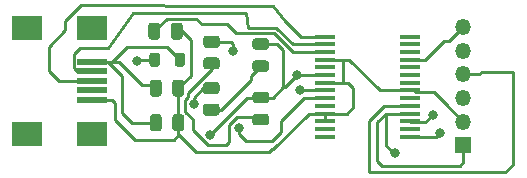
<source format=gtl>
%TF.GenerationSoftware,KiCad,Pcbnew,(5.1.8)-1*%
%TF.CreationDate,2021-01-30T22:15:32+07:00*%
%TF.ProjectId,TTL232,54544c32-3332-42e6-9b69-6361645f7063,rev?*%
%TF.SameCoordinates,Original*%
%TF.FileFunction,Copper,L1,Top*%
%TF.FilePolarity,Positive*%
%FSLAX46Y46*%
G04 Gerber Fmt 4.6, Leading zero omitted, Abs format (unit mm)*
G04 Created by KiCad (PCBNEW (5.1.8)-1) date 2021-01-30 22:15:32*
%MOMM*%
%LPD*%
G01*
G04 APERTURE LIST*
%TA.AperFunction,SMDPad,CuDef*%
%ADD10R,1.750000X0.450000*%
%TD*%
%TA.AperFunction,ComponentPad*%
%ADD11O,1.350000X1.350000*%
%TD*%
%TA.AperFunction,ComponentPad*%
%ADD12R,1.350000X1.350000*%
%TD*%
%TA.AperFunction,SMDPad,CuDef*%
%ADD13R,2.499360X0.497840*%
%TD*%
%TA.AperFunction,SMDPad,CuDef*%
%ADD14R,2.499360X1.998980*%
%TD*%
%TA.AperFunction,ViaPad*%
%ADD15C,0.800000*%
%TD*%
%TA.AperFunction,Conductor*%
%ADD16C,0.250000*%
%TD*%
G04 APERTURE END LIST*
D10*
%TO.P,U1,28*%
%TO.N,Net-(U1-Pad28)*%
X151340000Y-68106000D03*
%TO.P,U1,27*%
%TO.N,Net-(U1-Pad27)*%
X151340000Y-67456000D03*
%TO.P,U1,26*%
%TO.N,GND*%
X151340000Y-66806000D03*
%TO.P,U1,25*%
X151340000Y-66156000D03*
%TO.P,U1,24*%
%TO.N,N/C*%
X151340000Y-65506000D03*
%TO.P,U1,23*%
%TO.N,Net-(R1-Pad2)*%
X151340000Y-64856000D03*
%TO.P,U1,22*%
%TO.N,Net-(R2-Pad2)*%
X151340000Y-64206000D03*
%TO.P,U1,21*%
%TO.N,GND*%
X151340000Y-63556000D03*
%TO.P,U1,20*%
%TO.N,+5V*%
X151340000Y-62906000D03*
%TO.P,U1,19*%
%TO.N,Net-(U1-Pad19)*%
X151340000Y-62256000D03*
%TO.P,U1,18*%
%TO.N,GND*%
X151340000Y-61606000D03*
%TO.P,U1,17*%
%TO.N,Net-(C3-Pad1)*%
X151340000Y-60956000D03*
%TO.P,U1,16*%
%TO.N,/USBD-*%
X151340000Y-60306000D03*
%TO.P,U1,15*%
%TO.N,/USBD+*%
X151340000Y-59656000D03*
%TO.P,U1,14*%
%TO.N,Net-(U1-Pad14)*%
X158540000Y-59656000D03*
%TO.P,U1,13*%
%TO.N,Net-(U1-Pad13)*%
X158540000Y-60306000D03*
%TO.P,U1,12*%
%TO.N,Net-(U1-Pad12)*%
X158540000Y-60956000D03*
%TO.P,U1,11*%
%TO.N,Net-(J2-Pad6)*%
X158540000Y-61606000D03*
%TO.P,U1,10*%
%TO.N,Net-(U1-Pad10)*%
X158540000Y-62256000D03*
%TO.P,U1,9*%
%TO.N,Net-(U1-Pad9)*%
X158540000Y-62906000D03*
%TO.P,U1,8*%
%TO.N,N/C*%
X158540000Y-63556000D03*
%TO.P,U1,7*%
%TO.N,GND*%
X158540000Y-64206000D03*
%TO.P,U1,6*%
%TO.N,Net-(U1-Pad6)*%
X158540000Y-64856000D03*
%TO.P,U1,5*%
%TO.N,Net-(J2-Pad4)*%
X158540000Y-65506000D03*
%TO.P,U1,4*%
%TO.N,+5V*%
X158540000Y-66156000D03*
%TO.P,U1,3*%
%TO.N,Net-(J2-Pad5)*%
X158540000Y-66806000D03*
%TO.P,U1,2*%
%TO.N,Net-(U1-Pad2)*%
X158540000Y-67456000D03*
%TO.P,U1,1*%
%TO.N,Net-(J2-Pad3)*%
X158540000Y-68106000D03*
%TD*%
%TO.P,R2,2*%
%TO.N,Net-(R2-Pad2)*%
%TA.AperFunction,SMDPad,CuDef*%
G36*
G01*
X142204001Y-60592000D02*
X141303999Y-60592000D01*
G75*
G02*
X141054000Y-60342001I0J249999D01*
G01*
X141054000Y-59816999D01*
G75*
G02*
X141303999Y-59567000I249999J0D01*
G01*
X142204001Y-59567000D01*
G75*
G02*
X142454000Y-59816999I0J-249999D01*
G01*
X142454000Y-60342001D01*
G75*
G02*
X142204001Y-60592000I-249999J0D01*
G01*
G37*
%TD.AperFunction*%
%TO.P,R2,1*%
%TO.N,Net-(D2-Pad1)*%
%TA.AperFunction,SMDPad,CuDef*%
G36*
G01*
X142204001Y-62417000D02*
X141303999Y-62417000D01*
G75*
G02*
X141054000Y-62167001I0J249999D01*
G01*
X141054000Y-61641999D01*
G75*
G02*
X141303999Y-61392000I249999J0D01*
G01*
X142204001Y-61392000D01*
G75*
G02*
X142454000Y-61641999I0J-249999D01*
G01*
X142454000Y-62167001D01*
G75*
G02*
X142204001Y-62417000I-249999J0D01*
G01*
G37*
%TD.AperFunction*%
%TD*%
%TO.P,R1,2*%
%TO.N,Net-(R1-Pad2)*%
%TA.AperFunction,SMDPad,CuDef*%
G36*
G01*
X142182001Y-64520500D02*
X141281999Y-64520500D01*
G75*
G02*
X141032000Y-64270501I0J249999D01*
G01*
X141032000Y-63745499D01*
G75*
G02*
X141281999Y-63495500I249999J0D01*
G01*
X142182001Y-63495500D01*
G75*
G02*
X142432000Y-63745499I0J-249999D01*
G01*
X142432000Y-64270501D01*
G75*
G02*
X142182001Y-64520500I-249999J0D01*
G01*
G37*
%TD.AperFunction*%
%TO.P,R1,1*%
%TO.N,Net-(D1-Pad1)*%
%TA.AperFunction,SMDPad,CuDef*%
G36*
G01*
X142182001Y-66345500D02*
X141281999Y-66345500D01*
G75*
G02*
X141032000Y-66095501I0J249999D01*
G01*
X141032000Y-65570499D01*
G75*
G02*
X141281999Y-65320500I249999J0D01*
G01*
X142182001Y-65320500D01*
G75*
G02*
X142432000Y-65570499I0J-249999D01*
G01*
X142432000Y-66095501D01*
G75*
G02*
X142182001Y-66345500I-249999J0D01*
G01*
G37*
%TD.AperFunction*%
%TD*%
D11*
%TO.P,J2,6*%
%TO.N,Net-(J2-Pad6)*%
X163068000Y-58834000D03*
%TO.P,J2,5*%
%TO.N,Net-(J2-Pad5)*%
X163068000Y-60834000D03*
%TO.P,J2,4*%
%TO.N,Net-(J2-Pad4)*%
X163068000Y-62834000D03*
%TO.P,J2,3*%
%TO.N,Net-(J2-Pad3)*%
X163068000Y-64834000D03*
%TO.P,J2,2*%
%TO.N,GND*%
X163068000Y-66834000D03*
D12*
%TO.P,J2,1*%
%TO.N,+5V*%
X163068000Y-68834000D03*
%TD*%
D13*
%TO.P,J1,3*%
%TO.N,/USBD+*%
X131658360Y-63373000D03*
%TO.P,J1,2*%
%TO.N,/USBD-*%
X131658360Y-62575440D03*
%TO.P,J1,5*%
%TO.N,GND*%
X131658360Y-64970660D03*
%TO.P,J1,4*%
%TO.N,Net-(J1-Pad4)*%
X131658360Y-64170560D03*
D14*
%TO.P,J1,SHLD*%
%TO.N,N/C*%
X126159260Y-67871340D03*
X126159260Y-58874660D03*
X131658360Y-67871340D03*
X131658360Y-58874660D03*
D13*
%TO.P,J1,1*%
%TO.N,Net-(C1-Pad1)*%
X131658360Y-61775340D03*
%TD*%
%TO.P,FB1,2*%
%TO.N,Net-(C1-Pad1)*%
%TA.AperFunction,SMDPad,CuDef*%
G36*
G01*
X138627500Y-61976250D02*
X138627500Y-61213750D01*
G75*
G02*
X138846250Y-60995000I218750J0D01*
G01*
X139283750Y-60995000D01*
G75*
G02*
X139502500Y-61213750I0J-218750D01*
G01*
X139502500Y-61976250D01*
G75*
G02*
X139283750Y-62195000I-218750J0D01*
G01*
X138846250Y-62195000D01*
G75*
G02*
X138627500Y-61976250I0J218750D01*
G01*
G37*
%TD.AperFunction*%
%TO.P,FB1,1*%
%TO.N,+5V*%
%TA.AperFunction,SMDPad,CuDef*%
G36*
G01*
X136502500Y-61976250D02*
X136502500Y-61213750D01*
G75*
G02*
X136721250Y-60995000I218750J0D01*
G01*
X137158750Y-60995000D01*
G75*
G02*
X137377500Y-61213750I0J-218750D01*
G01*
X137377500Y-61976250D01*
G75*
G02*
X137158750Y-62195000I-218750J0D01*
G01*
X136721250Y-62195000D01*
G75*
G02*
X136502500Y-61976250I0J218750D01*
G01*
G37*
%TD.AperFunction*%
%TD*%
%TO.P,D2,2*%
%TO.N,+5V*%
%TA.AperFunction,SMDPad,CuDef*%
G36*
G01*
X146379250Y-65287500D02*
X145466750Y-65287500D01*
G75*
G02*
X145223000Y-65043750I0J243750D01*
G01*
X145223000Y-64556250D01*
G75*
G02*
X145466750Y-64312500I243750J0D01*
G01*
X146379250Y-64312500D01*
G75*
G02*
X146623000Y-64556250I0J-243750D01*
G01*
X146623000Y-65043750D01*
G75*
G02*
X146379250Y-65287500I-243750J0D01*
G01*
G37*
%TD.AperFunction*%
%TO.P,D2,1*%
%TO.N,Net-(D2-Pad1)*%
%TA.AperFunction,SMDPad,CuDef*%
G36*
G01*
X146379250Y-67162500D02*
X145466750Y-67162500D01*
G75*
G02*
X145223000Y-66918750I0J243750D01*
G01*
X145223000Y-66431250D01*
G75*
G02*
X145466750Y-66187500I243750J0D01*
G01*
X146379250Y-66187500D01*
G75*
G02*
X146623000Y-66431250I0J-243750D01*
G01*
X146623000Y-66918750D01*
G75*
G02*
X146379250Y-67162500I-243750J0D01*
G01*
G37*
%TD.AperFunction*%
%TD*%
%TO.P,D1,2*%
%TO.N,+5V*%
%TA.AperFunction,SMDPad,CuDef*%
G36*
G01*
X146379250Y-60764000D02*
X145466750Y-60764000D01*
G75*
G02*
X145223000Y-60520250I0J243750D01*
G01*
X145223000Y-60032750D01*
G75*
G02*
X145466750Y-59789000I243750J0D01*
G01*
X146379250Y-59789000D01*
G75*
G02*
X146623000Y-60032750I0J-243750D01*
G01*
X146623000Y-60520250D01*
G75*
G02*
X146379250Y-60764000I-243750J0D01*
G01*
G37*
%TD.AperFunction*%
%TO.P,D1,1*%
%TO.N,Net-(D1-Pad1)*%
%TA.AperFunction,SMDPad,CuDef*%
G36*
G01*
X146379250Y-62639000D02*
X145466750Y-62639000D01*
G75*
G02*
X145223000Y-62395250I0J243750D01*
G01*
X145223000Y-61907750D01*
G75*
G02*
X145466750Y-61664000I243750J0D01*
G01*
X146379250Y-61664000D01*
G75*
G02*
X146623000Y-61907750I0J-243750D01*
G01*
X146623000Y-62395250D01*
G75*
G02*
X146379250Y-62639000I-243750J0D01*
G01*
G37*
%TD.AperFunction*%
%TD*%
%TO.P,C3,2*%
%TO.N,GND*%
%TA.AperFunction,SMDPad,CuDef*%
G36*
G01*
X138311000Y-59657000D02*
X138311000Y-58707000D01*
G75*
G02*
X138561000Y-58457000I250000J0D01*
G01*
X139061000Y-58457000D01*
G75*
G02*
X139311000Y-58707000I0J-250000D01*
G01*
X139311000Y-59657000D01*
G75*
G02*
X139061000Y-59907000I-250000J0D01*
G01*
X138561000Y-59907000D01*
G75*
G02*
X138311000Y-59657000I0J250000D01*
G01*
G37*
%TD.AperFunction*%
%TO.P,C3,1*%
%TO.N,Net-(C3-Pad1)*%
%TA.AperFunction,SMDPad,CuDef*%
G36*
G01*
X136411000Y-59657000D02*
X136411000Y-58707000D01*
G75*
G02*
X136661000Y-58457000I250000J0D01*
G01*
X137161000Y-58457000D01*
G75*
G02*
X137411000Y-58707000I0J-250000D01*
G01*
X137411000Y-59657000D01*
G75*
G02*
X137161000Y-59907000I-250000J0D01*
G01*
X136661000Y-59907000D01*
G75*
G02*
X136411000Y-59657000I0J250000D01*
G01*
G37*
%TD.AperFunction*%
%TD*%
%TO.P,C2,2*%
%TO.N,GND*%
%TA.AperFunction,SMDPad,CuDef*%
G36*
G01*
X138438000Y-64483000D02*
X138438000Y-63533000D01*
G75*
G02*
X138688000Y-63283000I250000J0D01*
G01*
X139188000Y-63283000D01*
G75*
G02*
X139438000Y-63533000I0J-250000D01*
G01*
X139438000Y-64483000D01*
G75*
G02*
X139188000Y-64733000I-250000J0D01*
G01*
X138688000Y-64733000D01*
G75*
G02*
X138438000Y-64483000I0J250000D01*
G01*
G37*
%TD.AperFunction*%
%TO.P,C2,1*%
%TO.N,Net-(C1-Pad1)*%
%TA.AperFunction,SMDPad,CuDef*%
G36*
G01*
X136538000Y-64483000D02*
X136538000Y-63533000D01*
G75*
G02*
X136788000Y-63283000I250000J0D01*
G01*
X137288000Y-63283000D01*
G75*
G02*
X137538000Y-63533000I0J-250000D01*
G01*
X137538000Y-64483000D01*
G75*
G02*
X137288000Y-64733000I-250000J0D01*
G01*
X136788000Y-64733000D01*
G75*
G02*
X136538000Y-64483000I0J250000D01*
G01*
G37*
%TD.AperFunction*%
%TD*%
%TO.P,C1,2*%
%TO.N,GND*%
%TA.AperFunction,SMDPad,CuDef*%
G36*
G01*
X138438000Y-67404000D02*
X138438000Y-66454000D01*
G75*
G02*
X138688000Y-66204000I250000J0D01*
G01*
X139188000Y-66204000D01*
G75*
G02*
X139438000Y-66454000I0J-250000D01*
G01*
X139438000Y-67404000D01*
G75*
G02*
X139188000Y-67654000I-250000J0D01*
G01*
X138688000Y-67654000D01*
G75*
G02*
X138438000Y-67404000I0J250000D01*
G01*
G37*
%TD.AperFunction*%
%TO.P,C1,1*%
%TO.N,Net-(C1-Pad1)*%
%TA.AperFunction,SMDPad,CuDef*%
G36*
G01*
X136538000Y-67404000D02*
X136538000Y-66454000D01*
G75*
G02*
X136788000Y-66204000I250000J0D01*
G01*
X137288000Y-66204000D01*
G75*
G02*
X137538000Y-66454000I0J-250000D01*
G01*
X137538000Y-67404000D01*
G75*
G02*
X137288000Y-67654000I-250000J0D01*
G01*
X136788000Y-67654000D01*
G75*
G02*
X136538000Y-67404000I0J250000D01*
G01*
G37*
%TD.AperFunction*%
%TD*%
D15*
%TO.N,+5V*%
X141643100Y-67955160D03*
X135478520Y-61749940D03*
X157271720Y-69489320D03*
X148981520Y-62906000D03*
%TO.N,Net-(J2-Pad5)*%
X160467040Y-66306418D03*
%TO.N,Net-(J2-Pad3)*%
X161131250Y-67765930D03*
%TO.N,Net-(R1-Pad2)*%
X144043400Y-67378580D03*
X140261340Y-65323720D03*
%TO.N,Net-(R2-Pad2)*%
X149232500Y-64206000D03*
X143586200Y-60822840D03*
%TD*%
D16*
%TO.N,GND*%
X131658360Y-64970660D02*
X133301740Y-64970660D01*
X133301740Y-64970660D02*
X133576060Y-65244980D01*
X133576060Y-65244980D02*
X133576060Y-66685160D01*
X133576060Y-66685160D02*
X135265160Y-68374260D01*
X135265160Y-68374260D02*
X138572240Y-68374260D01*
X138938000Y-68008500D02*
X138938000Y-66929000D01*
X138572240Y-68374260D02*
X138938000Y-68008500D01*
X138938000Y-66929000D02*
X138938000Y-64008000D01*
X138938000Y-64008000D02*
X139987020Y-62958980D01*
X139987020Y-62958980D02*
X139987020Y-59946540D01*
X139222480Y-59182000D02*
X138811000Y-59182000D01*
X139987020Y-59946540D02*
X139222480Y-59182000D01*
X158540000Y-64206000D02*
X155978740Y-64206000D01*
X155978740Y-64206000D02*
X153378740Y-61606000D01*
X159037839Y-64305999D02*
X160554219Y-64305999D01*
X158937840Y-64206000D02*
X159037839Y-64305999D01*
X158540000Y-64206000D02*
X158937840Y-64206000D01*
X160554219Y-64305999D02*
X161531300Y-65283080D01*
X161531300Y-65297300D02*
X163068000Y-66834000D01*
X161531300Y-65283080D02*
X161531300Y-65297300D01*
X138938000Y-66929000D02*
X138938000Y-67853560D01*
X138938000Y-67853560D02*
X140474700Y-69390260D01*
X146625450Y-69390260D02*
X146836270Y-69179440D01*
X140474700Y-69390260D02*
X146625450Y-69390260D01*
X146836270Y-69179440D02*
X146984720Y-69179440D01*
X150008160Y-66156000D02*
X151340000Y-66156000D01*
X146984720Y-69179440D02*
X150008160Y-66156000D01*
X151340000Y-66806000D02*
X151340000Y-66156000D01*
X153009480Y-63556000D02*
X152882600Y-63429120D01*
X152882600Y-61695740D02*
X152792860Y-61606000D01*
X152882600Y-63429120D02*
X152882600Y-61695740D01*
X152792860Y-61606000D02*
X151340000Y-61606000D01*
X153378740Y-61606000D02*
X152792860Y-61606000D01*
X152646260Y-63556000D02*
X153337140Y-63556000D01*
X151340000Y-63556000D02*
X152646260Y-63556000D01*
X152646260Y-63556000D02*
X153009480Y-63556000D01*
X153337140Y-63556000D02*
X153763980Y-63982840D01*
X153763980Y-63982840D02*
X153763980Y-65628520D01*
X153236500Y-66156000D02*
X151340000Y-66156000D01*
X153763980Y-65628520D02*
X153236500Y-66156000D01*
%TO.N,Net-(C1-Pad1)*%
X131658360Y-61775340D02*
X133360160Y-61775340D01*
X133360160Y-61775340D02*
X134632700Y-60502800D01*
X137972800Y-60502800D02*
X139065000Y-61595000D01*
X134632700Y-60502800D02*
X137972800Y-60502800D01*
X131658360Y-61775340D02*
X133944360Y-61775340D01*
X133944360Y-61775340D02*
X135900160Y-63731140D01*
X136761140Y-63731140D02*
X137038000Y-64008000D01*
X135900160Y-63731140D02*
X136761140Y-63731140D01*
X131658360Y-61775340D02*
X133022340Y-61775340D01*
X133022340Y-61775340D02*
X134211060Y-62964060D01*
X134211060Y-62964060D02*
X134211060Y-66093340D01*
X135046720Y-66929000D02*
X137038000Y-66929000D01*
X134211060Y-66093340D02*
X135046720Y-66929000D01*
%TO.N,Net-(C3-Pad1)*%
X137961010Y-58131990D02*
X140473710Y-58131990D01*
X136911000Y-59182000D02*
X137961010Y-58131990D01*
X140473710Y-58131990D02*
X140931900Y-58590180D01*
X151340000Y-60956000D02*
X148678570Y-60956000D01*
X147062480Y-59339910D02*
X143797450Y-59339910D01*
X148678570Y-60956000D02*
X147062480Y-59339910D01*
X143047720Y-58590180D02*
X140931900Y-58590180D01*
X143797450Y-59339910D02*
X143047720Y-58590180D01*
%TO.N,+5V*%
X145923000Y-60276500D02*
X147312140Y-60276500D01*
X147312140Y-60276500D02*
X147828000Y-60792360D01*
X147828000Y-60792360D02*
X147828000Y-63901320D01*
X146929320Y-64800000D02*
X145923000Y-64800000D01*
X147828000Y-63901320D02*
X146929320Y-64800000D01*
X151340000Y-62906000D02*
X148981520Y-62906000D01*
X147986200Y-63901320D02*
X147828000Y-63901320D01*
X148981520Y-62906000D02*
X148981520Y-62906000D01*
X145923000Y-64800000D02*
X144798260Y-64800000D01*
X144798260Y-64800000D02*
X141643100Y-67955160D01*
X141643100Y-67955160D02*
X141643100Y-67955160D01*
X136940000Y-61595000D02*
X135633460Y-61595000D01*
X135633460Y-61595000D02*
X135478520Y-61749940D01*
X135478520Y-61749940D02*
X135478520Y-61749940D01*
X163068000Y-70302120D02*
X163068000Y-68834000D01*
X162750500Y-70619620D02*
X163068000Y-70302120D01*
X155762960Y-70197980D02*
X156184600Y-70619620D01*
X155762960Y-66911220D02*
X155762960Y-70197980D01*
X156184600Y-70619620D02*
X162750500Y-70619620D01*
X156518180Y-66156000D02*
X155762960Y-66911220D01*
X158540000Y-66156000D02*
X156518180Y-66156000D01*
X156518180Y-66156000D02*
X156518180Y-68850080D01*
X156518180Y-68850080D02*
X157157420Y-69489320D01*
X157157420Y-69489320D02*
X157271720Y-69489320D01*
X157271720Y-69489320D02*
X157342840Y-69489320D01*
X148981520Y-62906000D02*
X147986200Y-63901320D01*
%TO.N,Net-(D1-Pad1)*%
X141732000Y-65833000D02*
X142591780Y-65833000D01*
X142591780Y-65833000D02*
X145100040Y-63324740D01*
X145100040Y-62974460D02*
X145923000Y-62151500D01*
X145100040Y-63324740D02*
X145100040Y-62974460D01*
%TO.N,Net-(D2-Pad1)*%
X139536339Y-65989149D02*
X140202920Y-66655730D01*
X139536339Y-64975719D02*
X139536339Y-65989149D01*
X139763010Y-64749048D02*
X139536339Y-64975719D01*
X139763010Y-64407990D02*
X139763010Y-64749048D01*
X141754000Y-62417000D02*
X139763010Y-64407990D01*
X141754000Y-61904500D02*
X141754000Y-62417000D01*
X140202920Y-67587982D02*
X141438778Y-68823840D01*
X140202920Y-66655730D02*
X140202920Y-67587982D01*
X141438778Y-68823840D02*
X142986760Y-68823840D01*
X142986760Y-68823840D02*
X143217900Y-68592700D01*
X143217900Y-67131078D02*
X143869558Y-66479420D01*
X143217900Y-68592700D02*
X143217900Y-67131078D01*
X145727420Y-66479420D02*
X145923000Y-66675000D01*
X143869558Y-66479420D02*
X145727420Y-66479420D01*
%TO.N,/USBD-*%
X148664980Y-60306000D02*
X151340000Y-60306000D01*
X133019800Y-60581540D02*
X135107680Y-57607200D01*
X130083679Y-61097041D02*
X130599180Y-60581540D01*
X135107680Y-57607200D02*
X144691100Y-57627520D01*
X130083679Y-62284261D02*
X130083679Y-61097041D01*
X147248880Y-58889900D02*
X148664980Y-60306000D01*
X130599180Y-60581540D02*
X133019800Y-60581540D01*
X130374858Y-62575440D02*
X130083679Y-62284261D01*
X144851120Y-58889900D02*
X147248880Y-58889900D01*
X144691100Y-57627520D02*
X144851120Y-58889900D01*
X131658360Y-62575440D02*
X130374858Y-62575440D01*
%TO.N,/USBD+*%
X148000720Y-58331100D02*
X149325620Y-59656000D01*
X144980660Y-57068720D02*
X146977100Y-57050940D01*
X130693628Y-57005220D02*
X144980660Y-57068720D01*
X129352040Y-58346808D02*
X130693628Y-57005220D01*
X129352040Y-59121040D02*
X129352040Y-58346808D01*
X146977100Y-57050940D02*
X148000720Y-58331100D01*
X127970280Y-60502800D02*
X129352040Y-59121040D01*
X127970280Y-62522100D02*
X127970280Y-60502800D01*
X149325620Y-59656000D02*
X151340000Y-59656000D01*
X128821180Y-63373000D02*
X127970280Y-62522100D01*
X131658360Y-63373000D02*
X128821180Y-63373000D01*
%TO.N,Net-(J2-Pad6)*%
X158540000Y-61606000D02*
X159869300Y-61606000D01*
X159869300Y-61606000D02*
X161472880Y-60002420D01*
X161899580Y-60002420D02*
X163068000Y-58834000D01*
X161472880Y-60002420D02*
X161899580Y-60002420D01*
%TO.N,Net-(J2-Pad5)*%
X158604179Y-66905999D02*
X159867459Y-66905999D01*
X158540000Y-66841820D02*
X158604179Y-66905999D01*
X158540000Y-66806000D02*
X158540000Y-66841820D01*
X159867459Y-66905999D02*
X160467040Y-66306418D01*
X160467040Y-66306418D02*
X160467040Y-66306418D01*
%TO.N,Net-(J2-Pad4)*%
X158540000Y-65506000D02*
X156337600Y-65506000D01*
X155094940Y-66748660D02*
X155094940Y-71124891D01*
X156337600Y-65506000D02*
X155094940Y-66748660D01*
X155094940Y-71124891D02*
X156055244Y-71129826D01*
X166614174Y-71129826D02*
X167245937Y-70498063D01*
X156055244Y-71129826D02*
X166614174Y-71129826D01*
X167245937Y-70498063D02*
X167316348Y-62616954D01*
X167316348Y-62616954D02*
X164658914Y-62616954D01*
X164441868Y-62834000D02*
X163068000Y-62834000D01*
X164658914Y-62616954D02*
X164441868Y-62834000D01*
%TO.N,Net-(J2-Pad3)*%
X158540000Y-68106000D02*
X160791180Y-68106000D01*
X160791180Y-68106000D02*
X161131250Y-67765930D01*
X161131250Y-67765930D02*
X161236660Y-67660520D01*
%TO.N,Net-(R1-Pad2)*%
X151340000Y-64856000D02*
X149563180Y-64856000D01*
X149563180Y-64856000D02*
X147655280Y-66763900D01*
X147655280Y-66763900D02*
X147655280Y-67724020D01*
X147655280Y-67724020D02*
X146867880Y-68511420D01*
X146867880Y-68511420D02*
X144675860Y-68511420D01*
X144675860Y-68511420D02*
X144043400Y-67878960D01*
X144043400Y-67878960D02*
X144043400Y-67378580D01*
X144043400Y-67378580D02*
X144043400Y-67378580D01*
X141732000Y-64008000D02*
X141229080Y-64008000D01*
X141732000Y-64008000D02*
X141056360Y-64008000D01*
X141056360Y-64008000D02*
X140261340Y-64803020D01*
X140261340Y-64803020D02*
X140261340Y-65323720D01*
X140261340Y-65323720D02*
X140261340Y-65323720D01*
%TO.N,Net-(R2-Pad2)*%
X141754000Y-60079500D02*
X143419440Y-60079500D01*
X143419440Y-60079500D02*
X143586200Y-60246260D01*
X143586200Y-60246260D02*
X143586200Y-60822840D01*
X151340000Y-64206000D02*
X149232500Y-64206000D01*
X149232500Y-64206000D02*
X149232500Y-64206000D01*
X143586200Y-60822840D02*
X143586200Y-60901580D01*
%TD*%
M02*

</source>
